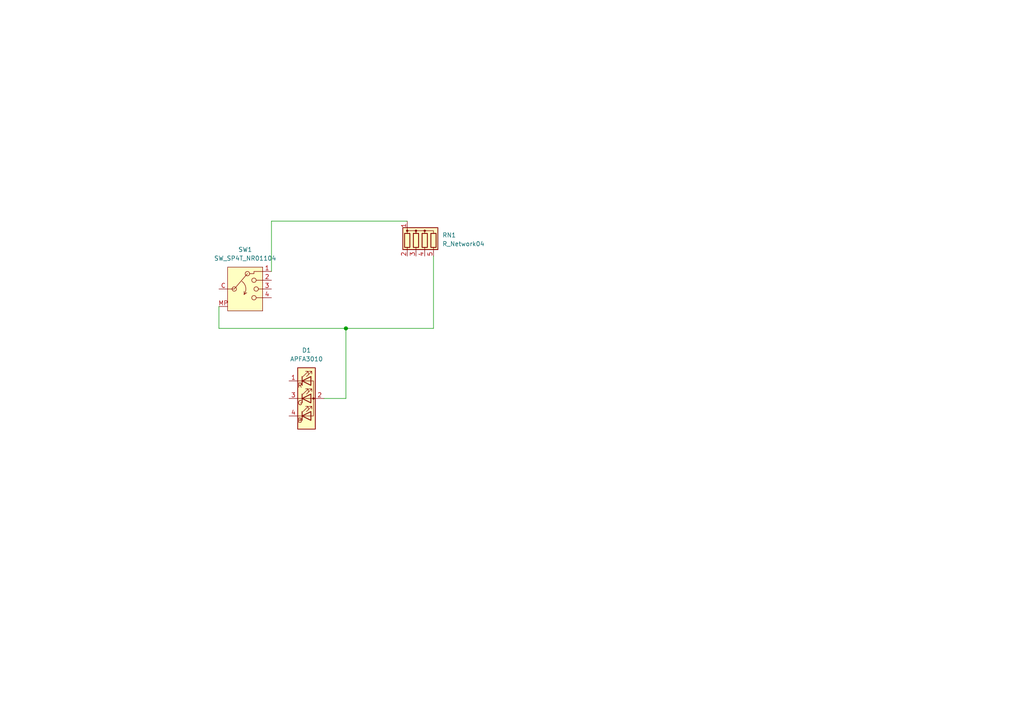
<source format=kicad_sch>
(kicad_sch (version 20250114) (generator eeschema)
  (paper "A4")
  (title_block)
  (lib_symbols
    (symbol "Device:R_Network04" (pin_names (offset 0) hide)
      (property "Reference" "RN" (at -7.62 0 90))
      (property "Value" "R_Network04" (at 5.08 0 90))
      (symbol "R_Network04_0_1"
        (rectangle (start -6.35 -3.175) (end 3.81 3.175) (stroke (width 0.254)) (fill (type background)))
        (rectangle (start -5.842 1.524) (end -4.318 -2.54) (stroke (width 0.254)))
        (circle (center -5.08 2.286) (radius 0.254) (fill (type outline)))
        (polyline (pts (xy -5.08 1.524) (xy -5.08 2.286) (xy -2.54 2.286) (xy -2.54 1.524)))
        (polyline (pts (xy -5.08 -2.54) (xy -5.08 -3.81)))
        (rectangle (start -3.302 1.524) (end -1.778 -2.54) (stroke (width 0.254)))
        (circle (center -2.54 2.286) (radius 0.254) (fill (type outline)))
        (polyline (pts (xy -2.54 1.524) (xy -2.54 2.286) (xy 0 2.286) (xy 0 1.524)))
        (polyline (pts (xy -2.54 -2.54) (xy -2.54 -3.81)))
        (rectangle (start -0.762 1.524) (end 0.762 -2.54) (stroke (width 0.254)))
        (circle (center 0 2.286) (radius 0.254) (fill (type outline)))
        (polyline (pts (xy 0 1.524) (xy 0 2.286) (xy 2.54 2.286) (xy 2.54 1.524)))
        (polyline (pts (xy 0 -2.54) (xy 0 -3.81)))
        (rectangle (start 1.778 1.524) (end 3.302 -2.54) (stroke (width 0.254)))
        (polyline (pts (xy 2.54 -2.54) (xy 2.54 -3.81)))
      )
      (symbol "R_Network04_1_1"
        (pin passive line (at -5.08 5.08 270) (length 2.54) (name "common") (number "1"))
        (pin passive line (at -5.08 -5.08 90) (length 1.27) (name "R1") (number "2"))
        (pin passive line (at -2.54 -5.08 90) (length 1.27) (name "R2") (number "3"))
        (pin passive line (at 0 -5.08 90) (length 1.27) (name "R3") (number "4"))
        (pin passive line (at 2.54 -5.08 90) (length 1.27) (name "R4") (number "5"))
      )
    )
    (symbol "LED:APFA3010" (pin_names (offset 0) hide)
      (property "Reference" "D" (at 0 10.16 0))
      (property "Value" "APFA3010" (at 0 -10.16 0))
      (symbol "APFA3010_0_0"
        (text "R" (at -1.905 3.81 0) (effects (font (size 1.27 1.27))))
        (text "G" (at -1.905 -1.27 0) (effects (font (size 1.27 1.27))))
        (text "B" (at -1.905 -6.35 0) (effects (font (size 1.27 1.27))))
      )
      (symbol "APFA3010_0_1"
        (polyline (pts (xy -2.54 -5.08) (xy 1.27 -5.08)))
        (rectangle (start -2.54 -8.89) (end 2.54 8.89) (stroke (width 0.254)) (fill (type background)))
        (polyline (pts (xy -1.27 6.35) (xy -1.27 3.81)) (stroke (width 0.254)))
        (polyline (pts (xy -1.27 1.27) (xy -1.27 -1.27)) (stroke (width 0.254)))
        (polyline (pts (xy -1.27 -3.81) (xy -1.27 -6.35)) (stroke (width 0.254)))
        (polyline (pts (xy -1.016 6.35) (xy 0.508 7.874) (xy -0.254 7.874) (xy 0.508 7.874) (xy 0.508 7.112)))
        (polyline (pts (xy -1.016 1.27) (xy 0.508 2.794) (xy -0.254 2.794) (xy 0.508 2.794) (xy 0.508 2.032)))
        (polyline (pts (xy -1.016 -3.81) (xy 0.508 -2.286) (xy -0.254 -2.286) (xy 0.508 -2.286) (xy 0.508 -3.048)))
        (polyline (pts (xy 0 6.35) (xy 1.524 7.874) (xy 0.762 7.874) (xy 1.524 7.874) (xy 1.524 7.112)))
        (polyline (pts (xy 0 1.27) (xy 1.524 2.794) (xy 0.762 2.794) (xy 1.524 2.794) (xy 1.524 2.032)))
        (polyline (pts (xy 0 -3.81) (xy 1.524 -2.286) (xy 0.762 -2.286) (xy 1.524 -2.286) (xy 1.524 -3.048)))
        (polyline (pts (xy 1.27 6.35) (xy 1.27 3.81) (xy -1.27 5.08) (xy 1.27 6.35)) (stroke (width 0.254)))
        (rectangle (start 1.27 6.35) (end 1.27 6.35))
        (polyline (pts (xy 1.27 5.08) (xy -2.54 5.08)))
        (polyline (pts (xy 1.27 1.27) (xy 1.27 -1.27) (xy -1.27 0) (xy 1.27 1.27)) (stroke (width 0.254)))
        (polyline (pts (xy 1.27 -3.81) (xy 1.27 -6.35) (xy -1.27 -5.08) (xy 1.27 -3.81)) (stroke (width 0.254)))
        (polyline (pts (xy 1.27 -5.08) (xy 2.032 -5.08) (xy 2.032 5.08) (xy 1.27 5.08)))
        (circle (center 2.032 0) (radius 0.254) (fill (type outline)))
        (polyline (pts (xy 2.54 0) (xy -2.54 0)))
      )
      (symbol "APFA3010_1_1"
        (pin input line (at -5.08 5.08 0) (length 2.54) (name "R") (number "1"))
        (pin input line (at -5.08 0 0) (length 2.54) (name "G") (number "3"))
        (pin input line (at -5.08 -5.08 0) (length 2.54) (name "B") (number "4"))
        (pin power_in line (at 5.08 0 180) (length 2.54) (name "A") (number "2"))
      )
    )
    (symbol "Switch:SW_SP4T_NR01104" (pin_names (offset 0.508) hide)
      (property "Reference" "SW" (at 0 7.62 0))
      (property "Value" "SW_SP4T_NR01104" (at 0 -7.62 0))
      (symbol "SW_SP4T_NR01104_0_1"
        (polyline (pts (xy -5.08 0) (xy -3.175 0)))
        (circle (center -3.175 0) (radius 0.635))
        (polyline (pts (xy -3.175 0) (xy 0.635 4.445)))
        (arc (start -0.9526 2.2225) (mid 0.154 0.449) (end -0.3176 -1.5875))
        (polyline (pts (xy -0.3176 -1.5875) (xy -0.3176 -0.6985)))
        (polyline (pts (xy -0.3176 -1.5875) (xy -0.3176 -1.5875)))
        (polyline (pts (xy -0.3176 -1.5875) (xy 0.4444 -1.0795)))
        (polyline (pts (xy 0.3174 -1.5875) (xy 0.3174 -1.5875)))
        (circle (center 0.635 4.445) (radius 0.635))
        (circle (center 2.54 2.54) (radius 0.635))
        (circle (center 2.54 -2.54) (radius 0.635))
        (circle (center 3.175 0) (radius 0.635))
        (polyline (pts (xy 5.08 5.08) (xy 2.54 5.08) (xy 2.54 4.445) (xy 1.27 4.445)))
        (polyline (pts (xy 5.08 2.54) (xy 3.175 2.54)))
        (polyline (pts (xy 5.08 0) (xy 3.81 0)))
        (polyline (pts (xy 5.08 -2.54) (xy 3.175 -2.54)))
      )
      (symbol "SW_SP4T_NR01104_1_1"
        (pin passive line (at -7.62 0 0) (length 2.54) (name "Common") (number "C"))
        (pin passive line (at -7.62 -5.08 0) (length 2.54) (name "MP") (number "MP"))
        (pin no_connect line (at 5.08 -5.08 180) (length 0) hide (name "") (number "5"))
        (pin passive line (at 7.62 5.08 180) (length 2.54) (name "1") (number "1"))
        (pin passive line (at 7.62 2.54 180) (length 2.54) (name "2") (number "2"))
        (pin passive line (at 7.62 0 180) (length 2.54) (name "3") (number "3"))
        (pin passive line (at 7.62 -2.54 180) (length 2.54) (name "4") (number "4"))
        (polyline (pts (xy -5.08 6.35) (xy 5.08 6.35) (xy 5.08 -6.35) (xy -5.08 -6.35) (xy -5.08 6.35) (xy -5.08 6.35)) (fill (type background)))
      )
    )
  )
  (junction (at 100.33 95.25) (diameter 1.016))
  (wire (pts (xy 125.73 74.295) (xy 125.72999 95.25)))
  (wire (pts (xy 78.74 78.74) (xy 78.74 64.13501)))
  (wire (pts (xy 100.33 115.57) (xy 93.98 115.57)))
  (wire (pts (xy 100.33 95.25) (xy 63.5 95.25)))
  (wire (pts (xy 125.72999 95.25) (xy 100.33 95.25)))
  (wire (pts (xy 100.33 95.25) (xy 100.33 115.57)))
  (wire (pts (xy 78.74 64.13501) (xy 118.11 64.135)))
  (wire (pts (xy 63.5 95.25) (xy 63.5 88.9)))
  (symbol (lib_id "Switch:SW_SP4T_NR01104") (at 71.12 83.82 0) (unit 1)
    (property "Reference" "SW1" (at 71.12 72.39 0))
    (property "Value" "SW_SP4T_NR01104" (at 71.12 74.93 0))
    (property "Footprint" "Button_Switch_THT:SW_NKK_NR01" (effects (hide yes)))
    (property "Datasheet" "https://www.nkkswitches.com/pdf/NR01%20Rotaries.pdf" (effects (hide yes)))
    (property "Description" "NKK Switches NR01 Series rotary SP4T switch" (effects (hide yes)))
  )
  (symbol (lib_id "Device:R_Network04") (at 123.19 69.215 0) (unit 1)
    (property "Reference" "RN1" (at 128.27 68.1989 0) (effects (justify left)))
    (property "Value" "R_Network04" (at 128.27 70.7389 0) (effects (justify left)))
    (property "Footprint" "Resistor_THT:R_Array_SIP5" (effects (hide yes)))
    (property "Datasheet" "http://www.vishay.com/docs/31509/csc.pdf" (effects (hide yes)))
    (property "Description" "4 resistor network, star topology, bussed resistors, small symbol" (effects (hide yes)))
  )
  (symbol (lib_id "LED:APFA3010") (at 88.9 115.57 0) (unit 1)
    (property "Reference" "D1" (at 88.9 101.6 0))
    (property "Value" "APFA3010" (at 88.9 104.14 0))
    (property "Footprint" "LED_SMD:LED_Kingbright_APFA3010_3x1.5mm_Horizontal" (effects (hide yes)))
    (property "Datasheet" "http://www.kingbrightusa.com/images/catalog/SPEC/APFA3010LSEEZGKQBKC.pdf" (effects (hide yes)))
    (property "Description" "LED RGB, Common Anode, SMD, 3.0x1.5mm, Horizontal" (effects (hide yes)))
  )
)
</source>
